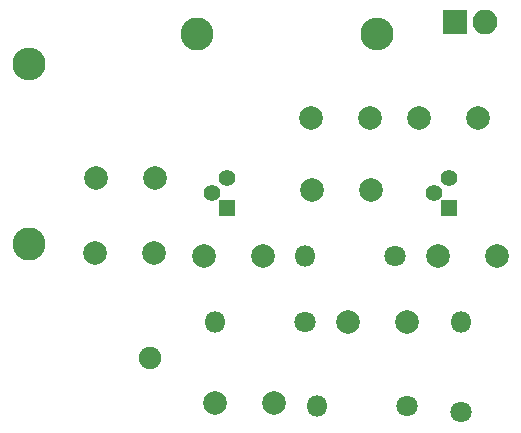
<source format=gbr>
G04 #@! TF.FileFunction,Soldermask,Bot*
%FSLAX46Y46*%
G04 Gerber Fmt 4.6, Leading zero omitted, Abs format (unit mm)*
G04 Created by KiCad (PCBNEW 4.0.7) date 06/12/18 23:48:04*
%MOMM*%
%LPD*%
G01*
G04 APERTURE LIST*
%ADD10C,0.100000*%
%ADD11C,2.000000*%
%ADD12C,1.900000*%
%ADD13C,2.800000*%
%ADD14O,2.800000X2.800000*%
%ADD15C,1.400000*%
%ADD16R,1.400000X1.400000*%
%ADD17C,1.800000*%
%ADD18O,1.800000X1.800000*%
%ADD19R,2.100000X2.100000*%
%ADD20O,2.100000X2.100000*%
G04 APERTURE END LIST*
D10*
D11*
X83820000Y-92710000D03*
X88820000Y-92710000D03*
X78660000Y-80010000D03*
X73660000Y-80010000D03*
X87884000Y-80264000D03*
X82884000Y-80264000D03*
X91948000Y-68580000D03*
X96948000Y-68580000D03*
X97028000Y-74676000D03*
X92028000Y-74676000D03*
X95076000Y-85852000D03*
X100076000Y-85852000D03*
X101092000Y-68580000D03*
X106092000Y-68580000D03*
X102696000Y-80264000D03*
X107696000Y-80264000D03*
X73740000Y-73660000D03*
X78740000Y-73660000D03*
D12*
X78280000Y-88900000D03*
D13*
X68072000Y-79248000D03*
D14*
X68072000Y-64008000D03*
D13*
X82296000Y-61468000D03*
D14*
X97536000Y-61468000D03*
D15*
X83566000Y-74930000D03*
X84836000Y-73660000D03*
D16*
X84836000Y-76200000D03*
D15*
X102362000Y-74930000D03*
X103632000Y-73660000D03*
D16*
X103632000Y-76200000D03*
D17*
X91440000Y-85852000D03*
D18*
X83820000Y-85852000D03*
D17*
X100076000Y-92964000D03*
D18*
X92456000Y-92964000D03*
D17*
X99060000Y-80264000D03*
D18*
X91440000Y-80264000D03*
D17*
X104648000Y-93472000D03*
D18*
X104648000Y-85852000D03*
D19*
X104140000Y-60452000D03*
D20*
X106680000Y-60452000D03*
M02*

</source>
